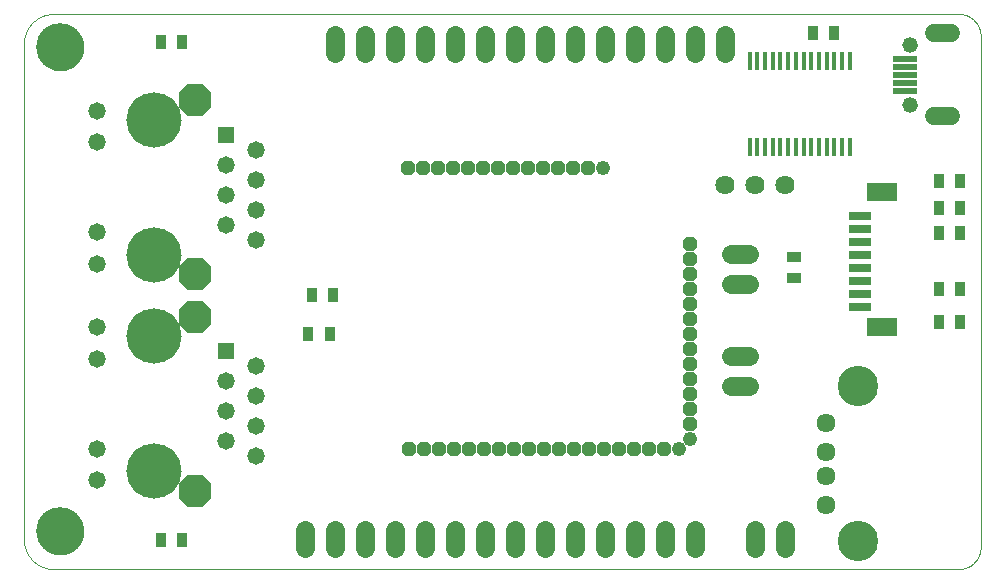
<source format=gts>
G75*
%MOIN*%
%OFA0B0*%
%FSLAX25Y25*%
%IPPOS*%
%LPD*%
%AMOC8*
5,1,8,0,0,1.08239X$1,22.5*
%
%ADD10C,0.00000*%
%ADD11C,0.15900*%
%ADD12R,0.07400X0.02800*%
%ADD13R,0.09900X0.06200*%
%ADD14R,0.03550X0.05124*%
%ADD15R,0.05124X0.03550*%
%ADD16R,0.05800X0.05800*%
%ADD17C,0.05800*%
%ADD18C,0.18400*%
%ADD19OC8,0.10900*%
%ADD20C,0.04762*%
%ADD21OC8,0.04762*%
%ADD22R,0.08400X0.02000*%
%ADD23C,0.05200*%
%ADD24C,0.06000*%
%ADD25C,0.06400*%
%ADD26R,0.01770X0.05900*%
%ADD27C,0.06400*%
%ADD28C,0.06337*%
%ADD29C,0.13455*%
D10*
X0014973Y0024882D02*
X0316546Y0024882D01*
X0316546Y0024883D02*
X0316724Y0024885D01*
X0316901Y0024892D01*
X0317078Y0024902D01*
X0317255Y0024917D01*
X0317432Y0024937D01*
X0317608Y0024960D01*
X0317784Y0024988D01*
X0317958Y0025020D01*
X0318132Y0025056D01*
X0318305Y0025097D01*
X0318477Y0025141D01*
X0318648Y0025190D01*
X0318818Y0025243D01*
X0318986Y0025300D01*
X0319153Y0025361D01*
X0319318Y0025426D01*
X0319482Y0025495D01*
X0319644Y0025568D01*
X0319804Y0025644D01*
X0319962Y0025725D01*
X0320118Y0025809D01*
X0320273Y0025898D01*
X0320425Y0025990D01*
X0320574Y0026085D01*
X0320722Y0026184D01*
X0320867Y0026287D01*
X0321009Y0026393D01*
X0321149Y0026503D01*
X0321286Y0026616D01*
X0321421Y0026732D01*
X0321552Y0026851D01*
X0321681Y0026974D01*
X0321806Y0027099D01*
X0321929Y0027228D01*
X0322048Y0027359D01*
X0322164Y0027494D01*
X0322277Y0027631D01*
X0322387Y0027771D01*
X0322493Y0027913D01*
X0322596Y0028058D01*
X0322695Y0028206D01*
X0322790Y0028355D01*
X0322882Y0028507D01*
X0322971Y0028662D01*
X0323055Y0028818D01*
X0323136Y0028976D01*
X0323212Y0029136D01*
X0323285Y0029298D01*
X0323354Y0029462D01*
X0323419Y0029627D01*
X0323480Y0029794D01*
X0323537Y0029962D01*
X0323590Y0030132D01*
X0323639Y0030303D01*
X0323683Y0030475D01*
X0323724Y0030648D01*
X0323760Y0030822D01*
X0323792Y0030996D01*
X0323820Y0031172D01*
X0323843Y0031348D01*
X0323863Y0031525D01*
X0323878Y0031702D01*
X0323888Y0031879D01*
X0323895Y0032056D01*
X0323897Y0032234D01*
X0323898Y0032234D02*
X0323898Y0202651D01*
X0323897Y0202651D02*
X0323895Y0202827D01*
X0323889Y0203002D01*
X0323878Y0203178D01*
X0323863Y0203353D01*
X0323844Y0203527D01*
X0323821Y0203701D01*
X0323793Y0203875D01*
X0323762Y0204048D01*
X0323726Y0204220D01*
X0323686Y0204391D01*
X0323642Y0204561D01*
X0323593Y0204730D01*
X0323541Y0204898D01*
X0323485Y0205064D01*
X0323425Y0205229D01*
X0323360Y0205392D01*
X0323292Y0205554D01*
X0323220Y0205715D01*
X0323144Y0205873D01*
X0323064Y0206030D01*
X0322981Y0206184D01*
X0322894Y0206337D01*
X0322803Y0206487D01*
X0322708Y0206635D01*
X0322610Y0206781D01*
X0322509Y0206924D01*
X0322404Y0207065D01*
X0322295Y0207203D01*
X0322184Y0207339D01*
X0322069Y0207472D01*
X0321951Y0207602D01*
X0321829Y0207729D01*
X0321705Y0207853D01*
X0321578Y0207975D01*
X0321448Y0208093D01*
X0321315Y0208208D01*
X0321179Y0208319D01*
X0321041Y0208428D01*
X0320900Y0208533D01*
X0320757Y0208634D01*
X0320611Y0208732D01*
X0320463Y0208827D01*
X0320313Y0208918D01*
X0320160Y0209005D01*
X0320006Y0209088D01*
X0319849Y0209168D01*
X0319691Y0209244D01*
X0319530Y0209316D01*
X0319368Y0209384D01*
X0319205Y0209449D01*
X0319040Y0209509D01*
X0318874Y0209565D01*
X0318706Y0209617D01*
X0318537Y0209666D01*
X0318367Y0209710D01*
X0318196Y0209750D01*
X0318024Y0209786D01*
X0317851Y0209817D01*
X0317677Y0209845D01*
X0317503Y0209868D01*
X0317329Y0209887D01*
X0317154Y0209902D01*
X0316978Y0209913D01*
X0316803Y0209919D01*
X0316627Y0209921D01*
X0316627Y0209922D02*
X0014913Y0209922D01*
X0014913Y0209921D02*
X0014673Y0209918D01*
X0014434Y0209909D01*
X0014195Y0209895D01*
X0013956Y0209875D01*
X0013718Y0209849D01*
X0013481Y0209817D01*
X0013244Y0209780D01*
X0013008Y0209736D01*
X0012774Y0209687D01*
X0012541Y0209633D01*
X0012309Y0209573D01*
X0012078Y0209507D01*
X0011850Y0209436D01*
X0011623Y0209359D01*
X0011398Y0209277D01*
X0011175Y0209189D01*
X0010954Y0209096D01*
X0010736Y0208998D01*
X0010520Y0208894D01*
X0010306Y0208786D01*
X0010095Y0208672D01*
X0009888Y0208553D01*
X0009683Y0208429D01*
X0009481Y0208300D01*
X0009282Y0208166D01*
X0009086Y0208028D01*
X0008894Y0207885D01*
X0008706Y0207737D01*
X0008521Y0207585D01*
X0008339Y0207428D01*
X0008162Y0207267D01*
X0007989Y0207102D01*
X0007819Y0206932D01*
X0007654Y0206759D01*
X0007493Y0206582D01*
X0007336Y0206400D01*
X0007184Y0206215D01*
X0007036Y0206027D01*
X0006893Y0205835D01*
X0006755Y0205639D01*
X0006621Y0205440D01*
X0006492Y0205238D01*
X0006368Y0205033D01*
X0006249Y0204826D01*
X0006135Y0204615D01*
X0006027Y0204401D01*
X0005923Y0204185D01*
X0005825Y0203967D01*
X0005732Y0203746D01*
X0005644Y0203523D01*
X0005562Y0203298D01*
X0005485Y0203071D01*
X0005414Y0202843D01*
X0005348Y0202612D01*
X0005288Y0202380D01*
X0005234Y0202147D01*
X0005185Y0201913D01*
X0005141Y0201677D01*
X0005104Y0201440D01*
X0005072Y0201203D01*
X0005046Y0200965D01*
X0005026Y0200726D01*
X0005012Y0200487D01*
X0005003Y0200248D01*
X0005000Y0200008D01*
X0005000Y0034855D01*
X0005003Y0034614D01*
X0005012Y0034373D01*
X0005026Y0034133D01*
X0005047Y0033892D01*
X0005073Y0033653D01*
X0005105Y0033414D01*
X0005142Y0033176D01*
X0005186Y0032939D01*
X0005235Y0032703D01*
X0005290Y0032468D01*
X0005350Y0032235D01*
X0005416Y0032003D01*
X0005488Y0031773D01*
X0005565Y0031545D01*
X0005648Y0031319D01*
X0005736Y0031094D01*
X0005830Y0030872D01*
X0005929Y0030652D01*
X0006033Y0030435D01*
X0006142Y0030220D01*
X0006257Y0030008D01*
X0006377Y0029799D01*
X0006501Y0029593D01*
X0006631Y0029390D01*
X0006765Y0029190D01*
X0006905Y0028993D01*
X0007049Y0028800D01*
X0007197Y0028610D01*
X0007350Y0028424D01*
X0007508Y0028242D01*
X0007670Y0028063D01*
X0007836Y0027889D01*
X0008007Y0027718D01*
X0008181Y0027552D01*
X0008360Y0027390D01*
X0008542Y0027232D01*
X0008728Y0027079D01*
X0008918Y0026931D01*
X0009111Y0026787D01*
X0009308Y0026647D01*
X0009508Y0026513D01*
X0009711Y0026383D01*
X0009917Y0026259D01*
X0010126Y0026139D01*
X0010338Y0026024D01*
X0010553Y0025915D01*
X0010770Y0025811D01*
X0010990Y0025712D01*
X0011212Y0025618D01*
X0011437Y0025530D01*
X0011663Y0025447D01*
X0011891Y0025370D01*
X0012121Y0025298D01*
X0012353Y0025232D01*
X0012586Y0025172D01*
X0012821Y0025117D01*
X0013057Y0025068D01*
X0013294Y0025024D01*
X0013532Y0024987D01*
X0013771Y0024955D01*
X0014010Y0024929D01*
X0014251Y0024908D01*
X0014491Y0024894D01*
X0014732Y0024885D01*
X0014973Y0024882D01*
X0009297Y0037520D02*
X0009299Y0037710D01*
X0009306Y0037900D01*
X0009318Y0038090D01*
X0009334Y0038280D01*
X0009355Y0038469D01*
X0009381Y0038657D01*
X0009411Y0038845D01*
X0009446Y0039032D01*
X0009485Y0039218D01*
X0009529Y0039403D01*
X0009578Y0039587D01*
X0009631Y0039770D01*
X0009688Y0039951D01*
X0009750Y0040131D01*
X0009816Y0040309D01*
X0009887Y0040486D01*
X0009962Y0040661D01*
X0010041Y0040834D01*
X0010125Y0041004D01*
X0010212Y0041173D01*
X0010304Y0041340D01*
X0010400Y0041504D01*
X0010499Y0041666D01*
X0010603Y0041826D01*
X0010711Y0041983D01*
X0010822Y0042137D01*
X0010937Y0042288D01*
X0011056Y0042437D01*
X0011179Y0042582D01*
X0011305Y0042725D01*
X0011434Y0042864D01*
X0011567Y0043000D01*
X0011703Y0043133D01*
X0011842Y0043262D01*
X0011985Y0043388D01*
X0012130Y0043511D01*
X0012279Y0043630D01*
X0012430Y0043745D01*
X0012584Y0043856D01*
X0012741Y0043964D01*
X0012901Y0044068D01*
X0013063Y0044167D01*
X0013227Y0044263D01*
X0013394Y0044355D01*
X0013563Y0044442D01*
X0013733Y0044526D01*
X0013906Y0044605D01*
X0014081Y0044680D01*
X0014258Y0044751D01*
X0014436Y0044817D01*
X0014616Y0044879D01*
X0014797Y0044936D01*
X0014980Y0044989D01*
X0015164Y0045038D01*
X0015349Y0045082D01*
X0015535Y0045121D01*
X0015722Y0045156D01*
X0015910Y0045186D01*
X0016098Y0045212D01*
X0016287Y0045233D01*
X0016477Y0045249D01*
X0016667Y0045261D01*
X0016857Y0045268D01*
X0017047Y0045270D01*
X0017237Y0045268D01*
X0017427Y0045261D01*
X0017617Y0045249D01*
X0017807Y0045233D01*
X0017996Y0045212D01*
X0018184Y0045186D01*
X0018372Y0045156D01*
X0018559Y0045121D01*
X0018745Y0045082D01*
X0018930Y0045038D01*
X0019114Y0044989D01*
X0019297Y0044936D01*
X0019478Y0044879D01*
X0019658Y0044817D01*
X0019836Y0044751D01*
X0020013Y0044680D01*
X0020188Y0044605D01*
X0020361Y0044526D01*
X0020531Y0044442D01*
X0020700Y0044355D01*
X0020867Y0044263D01*
X0021031Y0044167D01*
X0021193Y0044068D01*
X0021353Y0043964D01*
X0021510Y0043856D01*
X0021664Y0043745D01*
X0021815Y0043630D01*
X0021964Y0043511D01*
X0022109Y0043388D01*
X0022252Y0043262D01*
X0022391Y0043133D01*
X0022527Y0043000D01*
X0022660Y0042864D01*
X0022789Y0042725D01*
X0022915Y0042582D01*
X0023038Y0042437D01*
X0023157Y0042288D01*
X0023272Y0042137D01*
X0023383Y0041983D01*
X0023491Y0041826D01*
X0023595Y0041666D01*
X0023694Y0041504D01*
X0023790Y0041340D01*
X0023882Y0041173D01*
X0023969Y0041004D01*
X0024053Y0040834D01*
X0024132Y0040661D01*
X0024207Y0040486D01*
X0024278Y0040309D01*
X0024344Y0040131D01*
X0024406Y0039951D01*
X0024463Y0039770D01*
X0024516Y0039587D01*
X0024565Y0039403D01*
X0024609Y0039218D01*
X0024648Y0039032D01*
X0024683Y0038845D01*
X0024713Y0038657D01*
X0024739Y0038469D01*
X0024760Y0038280D01*
X0024776Y0038090D01*
X0024788Y0037900D01*
X0024795Y0037710D01*
X0024797Y0037520D01*
X0024795Y0037330D01*
X0024788Y0037140D01*
X0024776Y0036950D01*
X0024760Y0036760D01*
X0024739Y0036571D01*
X0024713Y0036383D01*
X0024683Y0036195D01*
X0024648Y0036008D01*
X0024609Y0035822D01*
X0024565Y0035637D01*
X0024516Y0035453D01*
X0024463Y0035270D01*
X0024406Y0035089D01*
X0024344Y0034909D01*
X0024278Y0034731D01*
X0024207Y0034554D01*
X0024132Y0034379D01*
X0024053Y0034206D01*
X0023969Y0034036D01*
X0023882Y0033867D01*
X0023790Y0033700D01*
X0023694Y0033536D01*
X0023595Y0033374D01*
X0023491Y0033214D01*
X0023383Y0033057D01*
X0023272Y0032903D01*
X0023157Y0032752D01*
X0023038Y0032603D01*
X0022915Y0032458D01*
X0022789Y0032315D01*
X0022660Y0032176D01*
X0022527Y0032040D01*
X0022391Y0031907D01*
X0022252Y0031778D01*
X0022109Y0031652D01*
X0021964Y0031529D01*
X0021815Y0031410D01*
X0021664Y0031295D01*
X0021510Y0031184D01*
X0021353Y0031076D01*
X0021193Y0030972D01*
X0021031Y0030873D01*
X0020867Y0030777D01*
X0020700Y0030685D01*
X0020531Y0030598D01*
X0020361Y0030514D01*
X0020188Y0030435D01*
X0020013Y0030360D01*
X0019836Y0030289D01*
X0019658Y0030223D01*
X0019478Y0030161D01*
X0019297Y0030104D01*
X0019114Y0030051D01*
X0018930Y0030002D01*
X0018745Y0029958D01*
X0018559Y0029919D01*
X0018372Y0029884D01*
X0018184Y0029854D01*
X0017996Y0029828D01*
X0017807Y0029807D01*
X0017617Y0029791D01*
X0017427Y0029779D01*
X0017237Y0029772D01*
X0017047Y0029770D01*
X0016857Y0029772D01*
X0016667Y0029779D01*
X0016477Y0029791D01*
X0016287Y0029807D01*
X0016098Y0029828D01*
X0015910Y0029854D01*
X0015722Y0029884D01*
X0015535Y0029919D01*
X0015349Y0029958D01*
X0015164Y0030002D01*
X0014980Y0030051D01*
X0014797Y0030104D01*
X0014616Y0030161D01*
X0014436Y0030223D01*
X0014258Y0030289D01*
X0014081Y0030360D01*
X0013906Y0030435D01*
X0013733Y0030514D01*
X0013563Y0030598D01*
X0013394Y0030685D01*
X0013227Y0030777D01*
X0013063Y0030873D01*
X0012901Y0030972D01*
X0012741Y0031076D01*
X0012584Y0031184D01*
X0012430Y0031295D01*
X0012279Y0031410D01*
X0012130Y0031529D01*
X0011985Y0031652D01*
X0011842Y0031778D01*
X0011703Y0031907D01*
X0011567Y0032040D01*
X0011434Y0032176D01*
X0011305Y0032315D01*
X0011179Y0032458D01*
X0011056Y0032603D01*
X0010937Y0032752D01*
X0010822Y0032903D01*
X0010711Y0033057D01*
X0010603Y0033214D01*
X0010499Y0033374D01*
X0010400Y0033536D01*
X0010304Y0033700D01*
X0010212Y0033867D01*
X0010125Y0034036D01*
X0010041Y0034206D01*
X0009962Y0034379D01*
X0009887Y0034554D01*
X0009816Y0034731D01*
X0009750Y0034909D01*
X0009688Y0035089D01*
X0009631Y0035270D01*
X0009578Y0035453D01*
X0009529Y0035637D01*
X0009485Y0035822D01*
X0009446Y0036008D01*
X0009411Y0036195D01*
X0009381Y0036383D01*
X0009355Y0036571D01*
X0009334Y0036760D01*
X0009318Y0036950D01*
X0009306Y0037140D01*
X0009299Y0037330D01*
X0009297Y0037520D01*
X0009297Y0198937D02*
X0009299Y0199127D01*
X0009306Y0199317D01*
X0009318Y0199507D01*
X0009334Y0199697D01*
X0009355Y0199886D01*
X0009381Y0200074D01*
X0009411Y0200262D01*
X0009446Y0200449D01*
X0009485Y0200635D01*
X0009529Y0200820D01*
X0009578Y0201004D01*
X0009631Y0201187D01*
X0009688Y0201368D01*
X0009750Y0201548D01*
X0009816Y0201726D01*
X0009887Y0201903D01*
X0009962Y0202078D01*
X0010041Y0202251D01*
X0010125Y0202421D01*
X0010212Y0202590D01*
X0010304Y0202757D01*
X0010400Y0202921D01*
X0010499Y0203083D01*
X0010603Y0203243D01*
X0010711Y0203400D01*
X0010822Y0203554D01*
X0010937Y0203705D01*
X0011056Y0203854D01*
X0011179Y0203999D01*
X0011305Y0204142D01*
X0011434Y0204281D01*
X0011567Y0204417D01*
X0011703Y0204550D01*
X0011842Y0204679D01*
X0011985Y0204805D01*
X0012130Y0204928D01*
X0012279Y0205047D01*
X0012430Y0205162D01*
X0012584Y0205273D01*
X0012741Y0205381D01*
X0012901Y0205485D01*
X0013063Y0205584D01*
X0013227Y0205680D01*
X0013394Y0205772D01*
X0013563Y0205859D01*
X0013733Y0205943D01*
X0013906Y0206022D01*
X0014081Y0206097D01*
X0014258Y0206168D01*
X0014436Y0206234D01*
X0014616Y0206296D01*
X0014797Y0206353D01*
X0014980Y0206406D01*
X0015164Y0206455D01*
X0015349Y0206499D01*
X0015535Y0206538D01*
X0015722Y0206573D01*
X0015910Y0206603D01*
X0016098Y0206629D01*
X0016287Y0206650D01*
X0016477Y0206666D01*
X0016667Y0206678D01*
X0016857Y0206685D01*
X0017047Y0206687D01*
X0017237Y0206685D01*
X0017427Y0206678D01*
X0017617Y0206666D01*
X0017807Y0206650D01*
X0017996Y0206629D01*
X0018184Y0206603D01*
X0018372Y0206573D01*
X0018559Y0206538D01*
X0018745Y0206499D01*
X0018930Y0206455D01*
X0019114Y0206406D01*
X0019297Y0206353D01*
X0019478Y0206296D01*
X0019658Y0206234D01*
X0019836Y0206168D01*
X0020013Y0206097D01*
X0020188Y0206022D01*
X0020361Y0205943D01*
X0020531Y0205859D01*
X0020700Y0205772D01*
X0020867Y0205680D01*
X0021031Y0205584D01*
X0021193Y0205485D01*
X0021353Y0205381D01*
X0021510Y0205273D01*
X0021664Y0205162D01*
X0021815Y0205047D01*
X0021964Y0204928D01*
X0022109Y0204805D01*
X0022252Y0204679D01*
X0022391Y0204550D01*
X0022527Y0204417D01*
X0022660Y0204281D01*
X0022789Y0204142D01*
X0022915Y0203999D01*
X0023038Y0203854D01*
X0023157Y0203705D01*
X0023272Y0203554D01*
X0023383Y0203400D01*
X0023491Y0203243D01*
X0023595Y0203083D01*
X0023694Y0202921D01*
X0023790Y0202757D01*
X0023882Y0202590D01*
X0023969Y0202421D01*
X0024053Y0202251D01*
X0024132Y0202078D01*
X0024207Y0201903D01*
X0024278Y0201726D01*
X0024344Y0201548D01*
X0024406Y0201368D01*
X0024463Y0201187D01*
X0024516Y0201004D01*
X0024565Y0200820D01*
X0024609Y0200635D01*
X0024648Y0200449D01*
X0024683Y0200262D01*
X0024713Y0200074D01*
X0024739Y0199886D01*
X0024760Y0199697D01*
X0024776Y0199507D01*
X0024788Y0199317D01*
X0024795Y0199127D01*
X0024797Y0198937D01*
X0024795Y0198747D01*
X0024788Y0198557D01*
X0024776Y0198367D01*
X0024760Y0198177D01*
X0024739Y0197988D01*
X0024713Y0197800D01*
X0024683Y0197612D01*
X0024648Y0197425D01*
X0024609Y0197239D01*
X0024565Y0197054D01*
X0024516Y0196870D01*
X0024463Y0196687D01*
X0024406Y0196506D01*
X0024344Y0196326D01*
X0024278Y0196148D01*
X0024207Y0195971D01*
X0024132Y0195796D01*
X0024053Y0195623D01*
X0023969Y0195453D01*
X0023882Y0195284D01*
X0023790Y0195117D01*
X0023694Y0194953D01*
X0023595Y0194791D01*
X0023491Y0194631D01*
X0023383Y0194474D01*
X0023272Y0194320D01*
X0023157Y0194169D01*
X0023038Y0194020D01*
X0022915Y0193875D01*
X0022789Y0193732D01*
X0022660Y0193593D01*
X0022527Y0193457D01*
X0022391Y0193324D01*
X0022252Y0193195D01*
X0022109Y0193069D01*
X0021964Y0192946D01*
X0021815Y0192827D01*
X0021664Y0192712D01*
X0021510Y0192601D01*
X0021353Y0192493D01*
X0021193Y0192389D01*
X0021031Y0192290D01*
X0020867Y0192194D01*
X0020700Y0192102D01*
X0020531Y0192015D01*
X0020361Y0191931D01*
X0020188Y0191852D01*
X0020013Y0191777D01*
X0019836Y0191706D01*
X0019658Y0191640D01*
X0019478Y0191578D01*
X0019297Y0191521D01*
X0019114Y0191468D01*
X0018930Y0191419D01*
X0018745Y0191375D01*
X0018559Y0191336D01*
X0018372Y0191301D01*
X0018184Y0191271D01*
X0017996Y0191245D01*
X0017807Y0191224D01*
X0017617Y0191208D01*
X0017427Y0191196D01*
X0017237Y0191189D01*
X0017047Y0191187D01*
X0016857Y0191189D01*
X0016667Y0191196D01*
X0016477Y0191208D01*
X0016287Y0191224D01*
X0016098Y0191245D01*
X0015910Y0191271D01*
X0015722Y0191301D01*
X0015535Y0191336D01*
X0015349Y0191375D01*
X0015164Y0191419D01*
X0014980Y0191468D01*
X0014797Y0191521D01*
X0014616Y0191578D01*
X0014436Y0191640D01*
X0014258Y0191706D01*
X0014081Y0191777D01*
X0013906Y0191852D01*
X0013733Y0191931D01*
X0013563Y0192015D01*
X0013394Y0192102D01*
X0013227Y0192194D01*
X0013063Y0192290D01*
X0012901Y0192389D01*
X0012741Y0192493D01*
X0012584Y0192601D01*
X0012430Y0192712D01*
X0012279Y0192827D01*
X0012130Y0192946D01*
X0011985Y0193069D01*
X0011842Y0193195D01*
X0011703Y0193324D01*
X0011567Y0193457D01*
X0011434Y0193593D01*
X0011305Y0193732D01*
X0011179Y0193875D01*
X0011056Y0194020D01*
X0010937Y0194169D01*
X0010822Y0194320D01*
X0010711Y0194474D01*
X0010603Y0194631D01*
X0010499Y0194791D01*
X0010400Y0194953D01*
X0010304Y0195117D01*
X0010212Y0195284D01*
X0010125Y0195453D01*
X0010041Y0195623D01*
X0009962Y0195796D01*
X0009887Y0195971D01*
X0009816Y0196148D01*
X0009750Y0196326D01*
X0009688Y0196506D01*
X0009631Y0196687D01*
X0009578Y0196870D01*
X0009529Y0197054D01*
X0009485Y0197239D01*
X0009446Y0197425D01*
X0009411Y0197612D01*
X0009381Y0197800D01*
X0009355Y0197988D01*
X0009334Y0198177D01*
X0009318Y0198367D01*
X0009306Y0198557D01*
X0009299Y0198747D01*
X0009297Y0198937D01*
D11*
X0017047Y0198937D03*
X0017047Y0037520D03*
D12*
X0283665Y0112248D03*
X0283665Y0116548D03*
X0283665Y0120948D03*
X0283665Y0125248D03*
X0283665Y0129548D03*
X0283665Y0133948D03*
X0283665Y0138248D03*
X0283665Y0142548D03*
D13*
X0290865Y0150748D03*
X0290865Y0105748D03*
D14*
X0310039Y0107280D03*
X0317126Y0107280D03*
X0317126Y0118091D03*
X0310039Y0118091D03*
X0310039Y0136957D03*
X0317126Y0136957D03*
X0317126Y0145331D03*
X0310039Y0145331D03*
X0310039Y0154205D03*
X0317126Y0154205D03*
X0275126Y0203461D03*
X0268039Y0203461D03*
X0108094Y0116370D03*
X0101008Y0116370D03*
X0099831Y0103229D03*
X0106917Y0103229D03*
X0057835Y0034567D03*
X0050748Y0034567D03*
X0050748Y0200748D03*
X0057835Y0200748D03*
D15*
X0261654Y0128977D03*
X0261654Y0121890D03*
D16*
X0072500Y0097496D03*
X0072500Y0169622D03*
D17*
X0082500Y0164622D03*
X0072500Y0159622D03*
X0082500Y0154622D03*
X0072500Y0149622D03*
X0082500Y0144622D03*
X0072500Y0139622D03*
X0082500Y0134622D03*
X0029500Y0137122D03*
X0029500Y0126622D03*
X0029500Y0105496D03*
X0029500Y0094996D03*
X0029500Y0064996D03*
X0029500Y0054496D03*
X0072500Y0067496D03*
X0082500Y0062496D03*
X0082500Y0072496D03*
X0072500Y0077496D03*
X0082500Y0082496D03*
X0072500Y0087496D03*
X0082500Y0092496D03*
X0029500Y0167122D03*
X0029500Y0177622D03*
D18*
X0048500Y0174622D03*
X0048500Y0129622D03*
X0048500Y0102496D03*
X0048500Y0057496D03*
D19*
X0062000Y0050996D03*
X0062000Y0108996D03*
X0062000Y0123122D03*
X0062000Y0181122D03*
D20*
X0198172Y0158678D03*
X0226972Y0068378D03*
X0223472Y0064878D03*
D21*
X0218472Y0064878D03*
X0213472Y0064878D03*
X0208472Y0064878D03*
X0203472Y0064878D03*
X0198472Y0064878D03*
X0193472Y0064878D03*
X0188472Y0064878D03*
X0183472Y0064878D03*
X0178472Y0064878D03*
X0173472Y0064878D03*
X0168472Y0064878D03*
X0163472Y0064878D03*
X0158472Y0064878D03*
X0153472Y0064878D03*
X0148472Y0064878D03*
X0143472Y0064878D03*
X0138472Y0064878D03*
X0133472Y0064878D03*
X0226972Y0073378D03*
X0226972Y0078378D03*
X0226972Y0083378D03*
X0226972Y0088378D03*
X0226972Y0093378D03*
X0226972Y0098378D03*
X0226972Y0103378D03*
X0226972Y0108378D03*
X0226972Y0113378D03*
X0226972Y0118378D03*
X0226972Y0123378D03*
X0226972Y0128378D03*
X0226972Y0133378D03*
X0193172Y0158678D03*
X0188172Y0158678D03*
X0183172Y0158678D03*
X0178172Y0158678D03*
X0173172Y0158678D03*
X0168172Y0158678D03*
X0163172Y0158678D03*
X0158172Y0158678D03*
X0153172Y0158678D03*
X0148172Y0158678D03*
X0143172Y0158678D03*
X0138172Y0158678D03*
X0133172Y0158678D03*
D22*
X0298776Y0184367D03*
X0298776Y0186967D03*
X0298776Y0189567D03*
X0298776Y0192167D03*
X0298776Y0194767D03*
D23*
X0300276Y0199567D03*
X0300276Y0179567D03*
D24*
X0308476Y0175767D02*
X0314076Y0175767D01*
X0313976Y0203467D02*
X0308376Y0203467D01*
D25*
X0238583Y0202961D02*
X0238583Y0196961D01*
X0228583Y0196961D02*
X0228583Y0202961D01*
X0218583Y0202961D02*
X0218583Y0196961D01*
X0208583Y0196961D02*
X0208583Y0202961D01*
X0198583Y0202961D02*
X0198583Y0196961D01*
X0188583Y0196961D02*
X0188583Y0202961D01*
X0178583Y0202961D02*
X0178583Y0196961D01*
X0168583Y0196961D02*
X0168583Y0202961D01*
X0158583Y0202961D02*
X0158583Y0196961D01*
X0148583Y0196961D02*
X0148583Y0202961D01*
X0138583Y0202961D02*
X0138583Y0196961D01*
X0128583Y0196961D02*
X0128583Y0202961D01*
X0118583Y0202961D02*
X0118583Y0196961D01*
X0108583Y0196961D02*
X0108583Y0202961D01*
X0240583Y0129961D02*
X0246583Y0129961D01*
X0246583Y0119961D02*
X0240583Y0119961D01*
X0240583Y0095961D02*
X0246583Y0095961D01*
X0246583Y0085961D02*
X0240583Y0085961D01*
X0248583Y0037961D02*
X0248583Y0031961D01*
X0258583Y0031961D02*
X0258583Y0037961D01*
X0228583Y0037961D02*
X0228583Y0031961D01*
X0218583Y0031961D02*
X0218583Y0037961D01*
X0208583Y0037961D02*
X0208583Y0031961D01*
X0198583Y0031961D02*
X0198583Y0037961D01*
X0188583Y0037961D02*
X0188583Y0031961D01*
X0178583Y0031961D02*
X0178583Y0037961D01*
X0168583Y0037961D02*
X0168583Y0031961D01*
X0158583Y0031961D02*
X0158583Y0037961D01*
X0148583Y0037961D02*
X0148583Y0031961D01*
X0138583Y0031961D02*
X0138583Y0037961D01*
X0128583Y0037961D02*
X0128583Y0031961D01*
X0118583Y0031961D02*
X0118583Y0037961D01*
X0108583Y0037961D02*
X0108583Y0031961D01*
X0098583Y0031961D02*
X0098583Y0037961D01*
D26*
X0246949Y0165567D03*
X0249508Y0165567D03*
X0252067Y0165567D03*
X0254626Y0165567D03*
X0257185Y0165567D03*
X0259744Y0165567D03*
X0262303Y0165567D03*
X0264862Y0165567D03*
X0267421Y0165567D03*
X0269980Y0165567D03*
X0272539Y0165567D03*
X0275098Y0165567D03*
X0277657Y0165567D03*
X0280217Y0165567D03*
X0280217Y0194355D03*
X0277657Y0194355D03*
X0275098Y0194355D03*
X0272539Y0194355D03*
X0269980Y0194355D03*
X0267421Y0194355D03*
X0264862Y0194355D03*
X0262303Y0194355D03*
X0259744Y0194355D03*
X0257185Y0194355D03*
X0254626Y0194355D03*
X0252067Y0194355D03*
X0249508Y0194355D03*
X0246949Y0194355D03*
D27*
X0248583Y0152961D03*
X0258583Y0152961D03*
X0238583Y0152961D03*
D28*
X0272441Y0073741D03*
X0272441Y0063898D03*
X0272441Y0056024D03*
X0272441Y0046181D03*
D29*
X0283111Y0034095D03*
X0283111Y0085827D03*
M02*

</source>
